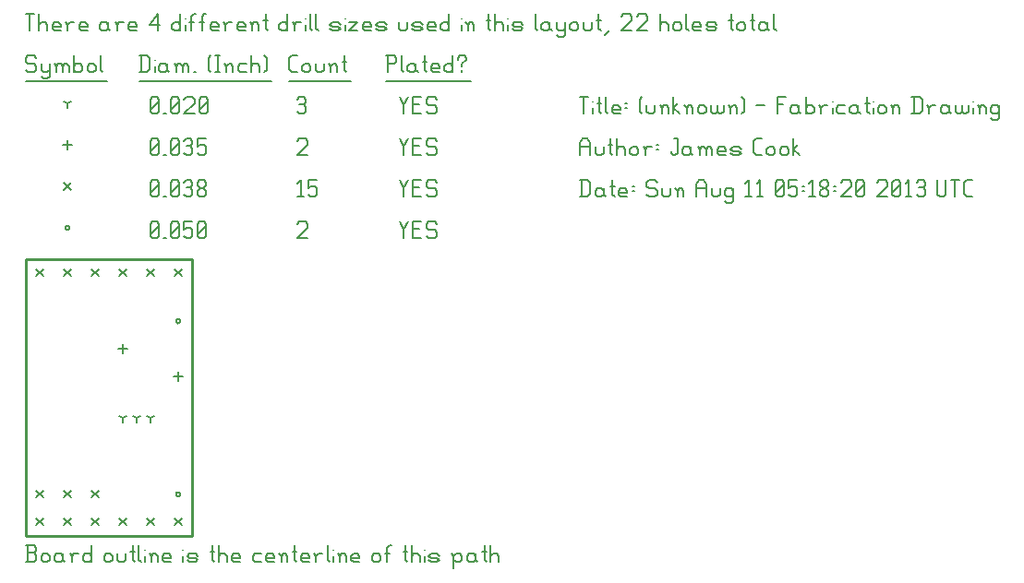
<source format=gbr>
G04 start of page 12 for group -3984 idx -3984 *
G04 Title: (unknown), fab *
G04 Creator: pcb 20110918 *
G04 CreationDate: Sun Aug 11 05:18:20 2013 UTC *
G04 For: mokus *
G04 Format: Gerber/RS-274X *
G04 PCB-Dimensions: 60000 100000 *
G04 PCB-Coordinate-Origin: lower left *
%MOIN*%
%FSLAX25Y25*%
%LNFAB*%
%ADD64C,0.0100*%
%ADD63C,0.0075*%
%ADD62C,0.0060*%
%ADD61R,0.0080X0.0080*%
G54D61*X54200Y15000D02*G75*G03X55800Y15000I800J0D01*G01*
G75*G03X54200Y15000I-800J0D01*G01*
Y77500D02*G75*G03X55800Y77500I800J0D01*G01*
G75*G03X54200Y77500I-800J0D01*G01*
X14200Y111250D02*G75*G03X15800Y111250I800J0D01*G01*
G75*G03X14200Y111250I-800J0D01*G01*
G54D62*X135000Y113500D02*X136500Y110500D01*
X138000Y113500D01*
X136500Y110500D02*Y107500D01*
X139800Y110800D02*X142050D01*
X139800Y107500D02*X142800D01*
X139800Y113500D02*Y107500D01*
Y113500D02*X142800D01*
X147600D02*X148350Y112750D01*
X145350Y113500D02*X147600D01*
X144600Y112750D02*X145350Y113500D01*
X144600Y112750D02*Y111250D01*
X145350Y110500D01*
X147600D01*
X148350Y109750D01*
Y108250D01*
X147600Y107500D02*X148350Y108250D01*
X145350Y107500D02*X147600D01*
X144600Y108250D02*X145350Y107500D01*
X98000Y112750D02*X98750Y113500D01*
X101000D01*
X101750Y112750D01*
Y111250D01*
X98000Y107500D02*X101750Y111250D01*
X98000Y107500D02*X101750D01*
X45000Y108250D02*X45750Y107500D01*
X45000Y112750D02*Y108250D01*
Y112750D02*X45750Y113500D01*
X47250D01*
X48000Y112750D01*
Y108250D01*
X47250Y107500D02*X48000Y108250D01*
X45750Y107500D02*X47250D01*
X45000Y109000D02*X48000Y112000D01*
X49800Y107500D02*X50550D01*
X52350Y108250D02*X53100Y107500D01*
X52350Y112750D02*Y108250D01*
Y112750D02*X53100Y113500D01*
X54600D01*
X55350Y112750D01*
Y108250D01*
X54600Y107500D02*X55350Y108250D01*
X53100Y107500D02*X54600D01*
X52350Y109000D02*X55350Y112000D01*
X57150Y113500D02*X60150D01*
X57150D02*Y110500D01*
X57900Y111250D01*
X59400D01*
X60150Y110500D01*
Y108250D01*
X59400Y107500D02*X60150Y108250D01*
X57900Y107500D02*X59400D01*
X57150Y108250D02*X57900Y107500D01*
X61950Y108250D02*X62700Y107500D01*
X61950Y112750D02*Y108250D01*
Y112750D02*X62700Y113500D01*
X64200D01*
X64950Y112750D01*
Y108250D01*
X64200Y107500D02*X64950Y108250D01*
X62700Y107500D02*X64200D01*
X61950Y109000D02*X64950Y112000D01*
X3800Y16200D02*X6200Y13800D01*
X3800D02*X6200Y16200D01*
X13800D02*X16200Y13800D01*
X13800D02*X16200Y16200D01*
X23800D02*X26200Y13800D01*
X23800D02*X26200Y16200D01*
X23800Y96200D02*X26200Y93800D01*
X23800D02*X26200Y96200D01*
X33800D02*X36200Y93800D01*
X33800D02*X36200Y96200D01*
X43800D02*X46200Y93800D01*
X43800D02*X46200Y96200D01*
X53800D02*X56200Y93800D01*
X53800D02*X56200Y96200D01*
X3800D02*X6200Y93800D01*
X3800D02*X6200Y96200D01*
X13800D02*X16200Y93800D01*
X13800D02*X16200Y96200D01*
X3800Y6200D02*X6200Y3800D01*
X3800D02*X6200Y6200D01*
X13800D02*X16200Y3800D01*
X13800D02*X16200Y6200D01*
X23800D02*X26200Y3800D01*
X23800D02*X26200Y6200D01*
X33800D02*X36200Y3800D01*
X33800D02*X36200Y6200D01*
X43800D02*X46200Y3800D01*
X43800D02*X46200Y6200D01*
X53800D02*X56200Y3800D01*
X53800D02*X56200Y6200D01*
X13800Y127450D02*X16200Y125050D01*
X13800D02*X16200Y127450D01*
X135000Y128500D02*X136500Y125500D01*
X138000Y128500D01*
X136500Y125500D02*Y122500D01*
X139800Y125800D02*X142050D01*
X139800Y122500D02*X142800D01*
X139800Y128500D02*Y122500D01*
Y128500D02*X142800D01*
X147600D02*X148350Y127750D01*
X145350Y128500D02*X147600D01*
X144600Y127750D02*X145350Y128500D01*
X144600Y127750D02*Y126250D01*
X145350Y125500D01*
X147600D01*
X148350Y124750D01*
Y123250D01*
X147600Y122500D02*X148350Y123250D01*
X145350Y122500D02*X147600D01*
X144600Y123250D02*X145350Y122500D01*
X98000Y127300D02*X99200Y128500D01*
Y122500D01*
X98000D02*X100250D01*
X102050Y128500D02*X105050D01*
X102050D02*Y125500D01*
X102800Y126250D01*
X104300D01*
X105050Y125500D01*
Y123250D01*
X104300Y122500D02*X105050Y123250D01*
X102800Y122500D02*X104300D01*
X102050Y123250D02*X102800Y122500D01*
X45000Y123250D02*X45750Y122500D01*
X45000Y127750D02*Y123250D01*
Y127750D02*X45750Y128500D01*
X47250D01*
X48000Y127750D01*
Y123250D01*
X47250Y122500D02*X48000Y123250D01*
X45750Y122500D02*X47250D01*
X45000Y124000D02*X48000Y127000D01*
X49800Y122500D02*X50550D01*
X52350Y123250D02*X53100Y122500D01*
X52350Y127750D02*Y123250D01*
Y127750D02*X53100Y128500D01*
X54600D01*
X55350Y127750D01*
Y123250D01*
X54600Y122500D02*X55350Y123250D01*
X53100Y122500D02*X54600D01*
X52350Y124000D02*X55350Y127000D01*
X57150Y127750D02*X57900Y128500D01*
X59400D01*
X60150Y127750D01*
X59400Y122500D02*X60150Y123250D01*
X57900Y122500D02*X59400D01*
X57150Y123250D02*X57900Y122500D01*
Y125800D02*X59400D01*
X60150Y127750D02*Y126550D01*
Y125050D02*Y123250D01*
Y125050D02*X59400Y125800D01*
X60150Y126550D02*X59400Y125800D01*
X61950Y123250D02*X62700Y122500D01*
X61950Y124450D02*Y123250D01*
Y124450D02*X63000Y125500D01*
X63900D01*
X64950Y124450D01*
Y123250D01*
X64200Y122500D02*X64950Y123250D01*
X62700Y122500D02*X64200D01*
X61950Y126550D02*X63000Y125500D01*
X61950Y127750D02*Y126550D01*
Y127750D02*X62700Y128500D01*
X64200D01*
X64950Y127750D01*
Y126550D01*
X63900Y125500D02*X64950Y126550D01*
X55000Y59100D02*Y55900D01*
X53400Y57500D02*X56600D01*
X35000Y69100D02*Y65900D01*
X33400Y67500D02*X36600D01*
X15000Y142850D02*Y139650D01*
X13400Y141250D02*X16600D01*
X135000Y143500D02*X136500Y140500D01*
X138000Y143500D01*
X136500Y140500D02*Y137500D01*
X139800Y140800D02*X142050D01*
X139800Y137500D02*X142800D01*
X139800Y143500D02*Y137500D01*
Y143500D02*X142800D01*
X147600D02*X148350Y142750D01*
X145350Y143500D02*X147600D01*
X144600Y142750D02*X145350Y143500D01*
X144600Y142750D02*Y141250D01*
X145350Y140500D01*
X147600D01*
X148350Y139750D01*
Y138250D01*
X147600Y137500D02*X148350Y138250D01*
X145350Y137500D02*X147600D01*
X144600Y138250D02*X145350Y137500D01*
X98000Y142750D02*X98750Y143500D01*
X101000D01*
X101750Y142750D01*
Y141250D01*
X98000Y137500D02*X101750Y141250D01*
X98000Y137500D02*X101750D01*
X45000Y138250D02*X45750Y137500D01*
X45000Y142750D02*Y138250D01*
Y142750D02*X45750Y143500D01*
X47250D01*
X48000Y142750D01*
Y138250D01*
X47250Y137500D02*X48000Y138250D01*
X45750Y137500D02*X47250D01*
X45000Y139000D02*X48000Y142000D01*
X49800Y137500D02*X50550D01*
X52350Y138250D02*X53100Y137500D01*
X52350Y142750D02*Y138250D01*
Y142750D02*X53100Y143500D01*
X54600D01*
X55350Y142750D01*
Y138250D01*
X54600Y137500D02*X55350Y138250D01*
X53100Y137500D02*X54600D01*
X52350Y139000D02*X55350Y142000D01*
X57150Y142750D02*X57900Y143500D01*
X59400D01*
X60150Y142750D01*
X59400Y137500D02*X60150Y138250D01*
X57900Y137500D02*X59400D01*
X57150Y138250D02*X57900Y137500D01*
Y140800D02*X59400D01*
X60150Y142750D02*Y141550D01*
Y140050D02*Y138250D01*
Y140050D02*X59400Y140800D01*
X60150Y141550D02*X59400Y140800D01*
X61950Y143500D02*X64950D01*
X61950D02*Y140500D01*
X62700Y141250D01*
X64200D01*
X64950Y140500D01*
Y138250D01*
X64200Y137500D02*X64950Y138250D01*
X62700Y137500D02*X64200D01*
X61950Y138250D02*X62700Y137500D01*
X40000Y42500D02*Y40900D01*
Y42500D02*X41387Y43300D01*
X40000Y42500D02*X38613Y43300D01*
X35000Y42500D02*Y40900D01*
Y42500D02*X36387Y43300D01*
X35000Y42500D02*X33613Y43300D01*
X45000Y42500D02*Y40900D01*
Y42500D02*X46387Y43300D01*
X45000Y42500D02*X43613Y43300D01*
X15000Y156250D02*Y154650D01*
Y156250D02*X16387Y157050D01*
X15000Y156250D02*X13613Y157050D01*
X135000Y158500D02*X136500Y155500D01*
X138000Y158500D01*
X136500Y155500D02*Y152500D01*
X139800Y155800D02*X142050D01*
X139800Y152500D02*X142800D01*
X139800Y158500D02*Y152500D01*
Y158500D02*X142800D01*
X147600D02*X148350Y157750D01*
X145350Y158500D02*X147600D01*
X144600Y157750D02*X145350Y158500D01*
X144600Y157750D02*Y156250D01*
X145350Y155500D01*
X147600D01*
X148350Y154750D01*
Y153250D01*
X147600Y152500D02*X148350Y153250D01*
X145350Y152500D02*X147600D01*
X144600Y153250D02*X145350Y152500D01*
X98000Y157750D02*X98750Y158500D01*
X100250D01*
X101000Y157750D01*
X100250Y152500D02*X101000Y153250D01*
X98750Y152500D02*X100250D01*
X98000Y153250D02*X98750Y152500D01*
Y155800D02*X100250D01*
X101000Y157750D02*Y156550D01*
Y155050D02*Y153250D01*
Y155050D02*X100250Y155800D01*
X101000Y156550D02*X100250Y155800D01*
X45000Y153250D02*X45750Y152500D01*
X45000Y157750D02*Y153250D01*
Y157750D02*X45750Y158500D01*
X47250D01*
X48000Y157750D01*
Y153250D01*
X47250Y152500D02*X48000Y153250D01*
X45750Y152500D02*X47250D01*
X45000Y154000D02*X48000Y157000D01*
X49800Y152500D02*X50550D01*
X52350Y153250D02*X53100Y152500D01*
X52350Y157750D02*Y153250D01*
Y157750D02*X53100Y158500D01*
X54600D01*
X55350Y157750D01*
Y153250D01*
X54600Y152500D02*X55350Y153250D01*
X53100Y152500D02*X54600D01*
X52350Y154000D02*X55350Y157000D01*
X57150Y157750D02*X57900Y158500D01*
X60150D01*
X60900Y157750D01*
Y156250D01*
X57150Y152500D02*X60900Y156250D01*
X57150Y152500D02*X60900D01*
X62700Y153250D02*X63450Y152500D01*
X62700Y157750D02*Y153250D01*
Y157750D02*X63450Y158500D01*
X64950D01*
X65700Y157750D01*
Y153250D01*
X64950Y152500D02*X65700Y153250D01*
X63450Y152500D02*X64950D01*
X62700Y154000D02*X65700Y157000D01*
X3000Y173500D02*X3750Y172750D01*
X750Y173500D02*X3000D01*
X0Y172750D02*X750Y173500D01*
X0Y172750D02*Y171250D01*
X750Y170500D01*
X3000D01*
X3750Y169750D01*
Y168250D01*
X3000Y167500D02*X3750Y168250D01*
X750Y167500D02*X3000D01*
X0Y168250D02*X750Y167500D01*
X5550Y170500D02*Y168250D01*
X6300Y167500D01*
X8550Y170500D02*Y166000D01*
X7800Y165250D02*X8550Y166000D01*
X6300Y165250D02*X7800D01*
X5550Y166000D02*X6300Y165250D01*
Y167500D02*X7800D01*
X8550Y168250D01*
X11100Y169750D02*Y167500D01*
Y169750D02*X11850Y170500D01*
X12600D01*
X13350Y169750D01*
Y167500D01*
Y169750D02*X14100Y170500D01*
X14850D01*
X15600Y169750D01*
Y167500D01*
X10350Y170500D02*X11100Y169750D01*
X17400Y173500D02*Y167500D01*
Y168250D02*X18150Y167500D01*
X19650D01*
X20400Y168250D01*
Y169750D02*Y168250D01*
X19650Y170500D02*X20400Y169750D01*
X18150Y170500D02*X19650D01*
X17400Y169750D02*X18150Y170500D01*
X22200Y169750D02*Y168250D01*
Y169750D02*X22950Y170500D01*
X24450D01*
X25200Y169750D01*
Y168250D01*
X24450Y167500D02*X25200Y168250D01*
X22950Y167500D02*X24450D01*
X22200Y168250D02*X22950Y167500D01*
X27000Y173500D02*Y168250D01*
X27750Y167500D01*
X0Y164250D02*X29250D01*
X41750Y173500D02*Y167500D01*
X43700Y173500D02*X44750Y172450D01*
Y168550D01*
X43700Y167500D02*X44750Y168550D01*
X41000Y167500D02*X43700D01*
X41000Y173500D02*X43700D01*
G54D63*X46550Y172000D02*Y171850D01*
G54D62*Y169750D02*Y167500D01*
X50300Y170500D02*X51050Y169750D01*
X48800Y170500D02*X50300D01*
X48050Y169750D02*X48800Y170500D01*
X48050Y169750D02*Y168250D01*
X48800Y167500D01*
X51050Y170500D02*Y168250D01*
X51800Y167500D01*
X48800D02*X50300D01*
X51050Y168250D01*
X54350Y169750D02*Y167500D01*
Y169750D02*X55100Y170500D01*
X55850D01*
X56600Y169750D01*
Y167500D01*
Y169750D02*X57350Y170500D01*
X58100D01*
X58850Y169750D01*
Y167500D01*
X53600Y170500D02*X54350Y169750D01*
X60650Y167500D02*X61400D01*
X65900Y168250D02*X66650Y167500D01*
X65900Y172750D02*X66650Y173500D01*
X65900Y172750D02*Y168250D01*
X68450Y173500D02*X69950D01*
X69200D02*Y167500D01*
X68450D02*X69950D01*
X72500Y169750D02*Y167500D01*
Y169750D02*X73250Y170500D01*
X74000D01*
X74750Y169750D01*
Y167500D01*
X71750Y170500D02*X72500Y169750D01*
X77300Y170500D02*X79550D01*
X76550Y169750D02*X77300Y170500D01*
X76550Y169750D02*Y168250D01*
X77300Y167500D01*
X79550D01*
X81350Y173500D02*Y167500D01*
Y169750D02*X82100Y170500D01*
X83600D01*
X84350Y169750D01*
Y167500D01*
X86150Y173500D02*X86900Y172750D01*
Y168250D01*
X86150Y167500D02*X86900Y168250D01*
X41000Y164250D02*X88700D01*
X96050Y167500D02*X98000D01*
X95000Y168550D02*X96050Y167500D01*
X95000Y172450D02*Y168550D01*
Y172450D02*X96050Y173500D01*
X98000D01*
X99800Y169750D02*Y168250D01*
Y169750D02*X100550Y170500D01*
X102050D01*
X102800Y169750D01*
Y168250D01*
X102050Y167500D02*X102800Y168250D01*
X100550Y167500D02*X102050D01*
X99800Y168250D02*X100550Y167500D01*
X104600Y170500D02*Y168250D01*
X105350Y167500D01*
X106850D01*
X107600Y168250D01*
Y170500D02*Y168250D01*
X110150Y169750D02*Y167500D01*
Y169750D02*X110900Y170500D01*
X111650D01*
X112400Y169750D01*
Y167500D01*
X109400Y170500D02*X110150Y169750D01*
X114950Y173500D02*Y168250D01*
X115700Y167500D01*
X114200Y171250D02*X115700D01*
X95000Y164250D02*X117200D01*
X130750Y173500D02*Y167500D01*
X130000Y173500D02*X133000D01*
X133750Y172750D01*
Y171250D01*
X133000Y170500D02*X133750Y171250D01*
X130750Y170500D02*X133000D01*
X135550Y173500D02*Y168250D01*
X136300Y167500D01*
X140050Y170500D02*X140800Y169750D01*
X138550Y170500D02*X140050D01*
X137800Y169750D02*X138550Y170500D01*
X137800Y169750D02*Y168250D01*
X138550Y167500D01*
X140800Y170500D02*Y168250D01*
X141550Y167500D01*
X138550D02*X140050D01*
X140800Y168250D01*
X144100Y173500D02*Y168250D01*
X144850Y167500D01*
X143350Y171250D02*X144850D01*
X147100Y167500D02*X149350D01*
X146350Y168250D02*X147100Y167500D01*
X146350Y169750D02*Y168250D01*
Y169750D02*X147100Y170500D01*
X148600D01*
X149350Y169750D01*
X146350Y169000D02*X149350D01*
Y169750D02*Y169000D01*
X154150Y173500D02*Y167500D01*
X153400D02*X154150Y168250D01*
X151900Y167500D02*X153400D01*
X151150Y168250D02*X151900Y167500D01*
X151150Y169750D02*Y168250D01*
Y169750D02*X151900Y170500D01*
X153400D01*
X154150Y169750D01*
X157450Y170500D02*Y169750D01*
Y168250D02*Y167500D01*
X155950Y172750D02*Y172000D01*
Y172750D02*X156700Y173500D01*
X158200D01*
X158950Y172750D01*
Y172000D01*
X157450Y170500D02*X158950Y172000D01*
X130000Y164250D02*X160750D01*
X0Y188500D02*X3000D01*
X1500D02*Y182500D01*
X4800Y188500D02*Y182500D01*
Y184750D02*X5550Y185500D01*
X7050D01*
X7800Y184750D01*
Y182500D01*
X10350D02*X12600D01*
X9600Y183250D02*X10350Y182500D01*
X9600Y184750D02*Y183250D01*
Y184750D02*X10350Y185500D01*
X11850D01*
X12600Y184750D01*
X9600Y184000D02*X12600D01*
Y184750D02*Y184000D01*
X15150Y184750D02*Y182500D01*
Y184750D02*X15900Y185500D01*
X17400D01*
X14400D02*X15150Y184750D01*
X19950Y182500D02*X22200D01*
X19200Y183250D02*X19950Y182500D01*
X19200Y184750D02*Y183250D01*
Y184750D02*X19950Y185500D01*
X21450D01*
X22200Y184750D01*
X19200Y184000D02*X22200D01*
Y184750D02*Y184000D01*
X28950Y185500D02*X29700Y184750D01*
X27450Y185500D02*X28950D01*
X26700Y184750D02*X27450Y185500D01*
X26700Y184750D02*Y183250D01*
X27450Y182500D01*
X29700Y185500D02*Y183250D01*
X30450Y182500D01*
X27450D02*X28950D01*
X29700Y183250D01*
X33000Y184750D02*Y182500D01*
Y184750D02*X33750Y185500D01*
X35250D01*
X32250D02*X33000Y184750D01*
X37800Y182500D02*X40050D01*
X37050Y183250D02*X37800Y182500D01*
X37050Y184750D02*Y183250D01*
Y184750D02*X37800Y185500D01*
X39300D01*
X40050Y184750D01*
X37050Y184000D02*X40050D01*
Y184750D02*Y184000D01*
X44550Y184750D02*X47550Y188500D01*
X44550Y184750D02*X48300D01*
X47550Y188500D02*Y182500D01*
X55800Y188500D02*Y182500D01*
X55050D02*X55800Y183250D01*
X53550Y182500D02*X55050D01*
X52800Y183250D02*X53550Y182500D01*
X52800Y184750D02*Y183250D01*
Y184750D02*X53550Y185500D01*
X55050D01*
X55800Y184750D01*
G54D63*X57600Y187000D02*Y186850D01*
G54D62*Y184750D02*Y182500D01*
X59850Y187750D02*Y182500D01*
Y187750D02*X60600Y188500D01*
X61350D01*
X59100Y185500D02*X60600D01*
X63600Y187750D02*Y182500D01*
Y187750D02*X64350Y188500D01*
X65100D01*
X62850Y185500D02*X64350D01*
X67350Y182500D02*X69600D01*
X66600Y183250D02*X67350Y182500D01*
X66600Y184750D02*Y183250D01*
Y184750D02*X67350Y185500D01*
X68850D01*
X69600Y184750D01*
X66600Y184000D02*X69600D01*
Y184750D02*Y184000D01*
X72150Y184750D02*Y182500D01*
Y184750D02*X72900Y185500D01*
X74400D01*
X71400D02*X72150Y184750D01*
X76950Y182500D02*X79200D01*
X76200Y183250D02*X76950Y182500D01*
X76200Y184750D02*Y183250D01*
Y184750D02*X76950Y185500D01*
X78450D01*
X79200Y184750D01*
X76200Y184000D02*X79200D01*
Y184750D02*Y184000D01*
X81750Y184750D02*Y182500D01*
Y184750D02*X82500Y185500D01*
X83250D01*
X84000Y184750D01*
Y182500D01*
X81000Y185500D02*X81750Y184750D01*
X86550Y188500D02*Y183250D01*
X87300Y182500D01*
X85800Y186250D02*X87300D01*
X94500Y188500D02*Y182500D01*
X93750D02*X94500Y183250D01*
X92250Y182500D02*X93750D01*
X91500Y183250D02*X92250Y182500D01*
X91500Y184750D02*Y183250D01*
Y184750D02*X92250Y185500D01*
X93750D01*
X94500Y184750D01*
X97050D02*Y182500D01*
Y184750D02*X97800Y185500D01*
X99300D01*
X96300D02*X97050Y184750D01*
G54D63*X101100Y187000D02*Y186850D01*
G54D62*Y184750D02*Y182500D01*
X102600Y188500D02*Y183250D01*
X103350Y182500D01*
X104850Y188500D02*Y183250D01*
X105600Y182500D01*
X110550D02*X112800D01*
X113550Y183250D01*
X112800Y184000D02*X113550Y183250D01*
X110550Y184000D02*X112800D01*
X109800Y184750D02*X110550Y184000D01*
X109800Y184750D02*X110550Y185500D01*
X112800D01*
X113550Y184750D01*
X109800Y183250D02*X110550Y182500D01*
G54D63*X115350Y187000D02*Y186850D01*
G54D62*Y184750D02*Y182500D01*
X116850Y185500D02*X119850D01*
X116850Y182500D02*X119850Y185500D01*
X116850Y182500D02*X119850D01*
X122400D02*X124650D01*
X121650Y183250D02*X122400Y182500D01*
X121650Y184750D02*Y183250D01*
Y184750D02*X122400Y185500D01*
X123900D01*
X124650Y184750D01*
X121650Y184000D02*X124650D01*
Y184750D02*Y184000D01*
X127200Y182500D02*X129450D01*
X130200Y183250D01*
X129450Y184000D02*X130200Y183250D01*
X127200Y184000D02*X129450D01*
X126450Y184750D02*X127200Y184000D01*
X126450Y184750D02*X127200Y185500D01*
X129450D01*
X130200Y184750D01*
X126450Y183250D02*X127200Y182500D01*
X134700Y185500D02*Y183250D01*
X135450Y182500D01*
X136950D01*
X137700Y183250D01*
Y185500D02*Y183250D01*
X140250Y182500D02*X142500D01*
X143250Y183250D01*
X142500Y184000D02*X143250Y183250D01*
X140250Y184000D02*X142500D01*
X139500Y184750D02*X140250Y184000D01*
X139500Y184750D02*X140250Y185500D01*
X142500D01*
X143250Y184750D01*
X139500Y183250D02*X140250Y182500D01*
X145800D02*X148050D01*
X145050Y183250D02*X145800Y182500D01*
X145050Y184750D02*Y183250D01*
Y184750D02*X145800Y185500D01*
X147300D01*
X148050Y184750D01*
X145050Y184000D02*X148050D01*
Y184750D02*Y184000D01*
X152850Y188500D02*Y182500D01*
X152100D02*X152850Y183250D01*
X150600Y182500D02*X152100D01*
X149850Y183250D02*X150600Y182500D01*
X149850Y184750D02*Y183250D01*
Y184750D02*X150600Y185500D01*
X152100D01*
X152850Y184750D01*
G54D63*X157350Y187000D02*Y186850D01*
G54D62*Y184750D02*Y182500D01*
X159600Y184750D02*Y182500D01*
Y184750D02*X160350Y185500D01*
X161100D01*
X161850Y184750D01*
Y182500D01*
X158850Y185500D02*X159600Y184750D01*
X167100Y188500D02*Y183250D01*
X167850Y182500D01*
X166350Y186250D02*X167850D01*
X169350Y188500D02*Y182500D01*
Y184750D02*X170100Y185500D01*
X171600D01*
X172350Y184750D01*
Y182500D01*
G54D63*X174150Y187000D02*Y186850D01*
G54D62*Y184750D02*Y182500D01*
X176400D02*X178650D01*
X179400Y183250D01*
X178650Y184000D02*X179400Y183250D01*
X176400Y184000D02*X178650D01*
X175650Y184750D02*X176400Y184000D01*
X175650Y184750D02*X176400Y185500D01*
X178650D01*
X179400Y184750D01*
X175650Y183250D02*X176400Y182500D01*
X183900Y188500D02*Y183250D01*
X184650Y182500D01*
X188400Y185500D02*X189150Y184750D01*
X186900Y185500D02*X188400D01*
X186150Y184750D02*X186900Y185500D01*
X186150Y184750D02*Y183250D01*
X186900Y182500D01*
X189150Y185500D02*Y183250D01*
X189900Y182500D01*
X186900D02*X188400D01*
X189150Y183250D01*
X191700Y185500D02*Y183250D01*
X192450Y182500D01*
X194700Y185500D02*Y181000D01*
X193950Y180250D02*X194700Y181000D01*
X192450Y180250D02*X193950D01*
X191700Y181000D02*X192450Y180250D01*
Y182500D02*X193950D01*
X194700Y183250D01*
X196500Y184750D02*Y183250D01*
Y184750D02*X197250Y185500D01*
X198750D01*
X199500Y184750D01*
Y183250D01*
X198750Y182500D02*X199500Y183250D01*
X197250Y182500D02*X198750D01*
X196500Y183250D02*X197250Y182500D01*
X201300Y185500D02*Y183250D01*
X202050Y182500D01*
X203550D01*
X204300Y183250D01*
Y185500D02*Y183250D01*
X206850Y188500D02*Y183250D01*
X207600Y182500D01*
X206100Y186250D02*X207600D01*
X209100Y181000D02*X210600Y182500D01*
X215100Y187750D02*X215850Y188500D01*
X218100D01*
X218850Y187750D01*
Y186250D01*
X215100Y182500D02*X218850Y186250D01*
X215100Y182500D02*X218850D01*
X220650Y187750D02*X221400Y188500D01*
X223650D01*
X224400Y187750D01*
Y186250D01*
X220650Y182500D02*X224400Y186250D01*
X220650Y182500D02*X224400D01*
X228900Y188500D02*Y182500D01*
Y184750D02*X229650Y185500D01*
X231150D01*
X231900Y184750D01*
Y182500D01*
X233700Y184750D02*Y183250D01*
Y184750D02*X234450Y185500D01*
X235950D01*
X236700Y184750D01*
Y183250D01*
X235950Y182500D02*X236700Y183250D01*
X234450Y182500D02*X235950D01*
X233700Y183250D02*X234450Y182500D01*
X238500Y188500D02*Y183250D01*
X239250Y182500D01*
X241500D02*X243750D01*
X240750Y183250D02*X241500Y182500D01*
X240750Y184750D02*Y183250D01*
Y184750D02*X241500Y185500D01*
X243000D01*
X243750Y184750D01*
X240750Y184000D02*X243750D01*
Y184750D02*Y184000D01*
X246300Y182500D02*X248550D01*
X249300Y183250D01*
X248550Y184000D02*X249300Y183250D01*
X246300Y184000D02*X248550D01*
X245550Y184750D02*X246300Y184000D01*
X245550Y184750D02*X246300Y185500D01*
X248550D01*
X249300Y184750D01*
X245550Y183250D02*X246300Y182500D01*
X254550Y188500D02*Y183250D01*
X255300Y182500D01*
X253800Y186250D02*X255300D01*
X256800Y184750D02*Y183250D01*
Y184750D02*X257550Y185500D01*
X259050D01*
X259800Y184750D01*
Y183250D01*
X259050Y182500D02*X259800Y183250D01*
X257550Y182500D02*X259050D01*
X256800Y183250D02*X257550Y182500D01*
X262350Y188500D02*Y183250D01*
X263100Y182500D01*
X261600Y186250D02*X263100D01*
X266850Y185500D02*X267600Y184750D01*
X265350Y185500D02*X266850D01*
X264600Y184750D02*X265350Y185500D01*
X264600Y184750D02*Y183250D01*
X265350Y182500D01*
X267600Y185500D02*Y183250D01*
X268350Y182500D01*
X265350D02*X266850D01*
X267600Y183250D01*
X270150Y188500D02*Y183250D01*
X270900Y182500D01*
G54D64*X0Y100000D02*X60000D01*
Y0D01*
X0D01*
Y100000D01*
G54D62*Y-9500D02*X3000D01*
X3750Y-8750D01*
Y-6950D02*Y-8750D01*
X3000Y-6200D02*X3750Y-6950D01*
X750Y-6200D02*X3000D01*
X750Y-3500D02*Y-9500D01*
X0Y-3500D02*X3000D01*
X3750Y-4250D01*
Y-5450D01*
X3000Y-6200D02*X3750Y-5450D01*
X5550Y-7250D02*Y-8750D01*
Y-7250D02*X6300Y-6500D01*
X7800D01*
X8550Y-7250D01*
Y-8750D01*
X7800Y-9500D02*X8550Y-8750D01*
X6300Y-9500D02*X7800D01*
X5550Y-8750D02*X6300Y-9500D01*
X12600Y-6500D02*X13350Y-7250D01*
X11100Y-6500D02*X12600D01*
X10350Y-7250D02*X11100Y-6500D01*
X10350Y-7250D02*Y-8750D01*
X11100Y-9500D01*
X13350Y-6500D02*Y-8750D01*
X14100Y-9500D01*
X11100D02*X12600D01*
X13350Y-8750D01*
X16650Y-7250D02*Y-9500D01*
Y-7250D02*X17400Y-6500D01*
X18900D01*
X15900D02*X16650Y-7250D01*
X23700Y-3500D02*Y-9500D01*
X22950D02*X23700Y-8750D01*
X21450Y-9500D02*X22950D01*
X20700Y-8750D02*X21450Y-9500D01*
X20700Y-7250D02*Y-8750D01*
Y-7250D02*X21450Y-6500D01*
X22950D01*
X23700Y-7250D01*
X28200D02*Y-8750D01*
Y-7250D02*X28950Y-6500D01*
X30450D01*
X31200Y-7250D01*
Y-8750D01*
X30450Y-9500D02*X31200Y-8750D01*
X28950Y-9500D02*X30450D01*
X28200Y-8750D02*X28950Y-9500D01*
X33000Y-6500D02*Y-8750D01*
X33750Y-9500D01*
X35250D01*
X36000Y-8750D01*
Y-6500D02*Y-8750D01*
X38550Y-3500D02*Y-8750D01*
X39300Y-9500D01*
X37800Y-5750D02*X39300D01*
X40800Y-3500D02*Y-8750D01*
X41550Y-9500D01*
G54D63*X43050Y-5000D02*Y-5150D01*
G54D62*Y-7250D02*Y-9500D01*
X45300Y-7250D02*Y-9500D01*
Y-7250D02*X46050Y-6500D01*
X46800D01*
X47550Y-7250D01*
Y-9500D01*
X44550Y-6500D02*X45300Y-7250D01*
X50100Y-9500D02*X52350D01*
X49350Y-8750D02*X50100Y-9500D01*
X49350Y-7250D02*Y-8750D01*
Y-7250D02*X50100Y-6500D01*
X51600D01*
X52350Y-7250D01*
X49350Y-8000D02*X52350D01*
Y-7250D02*Y-8000D01*
G54D63*X56850Y-5000D02*Y-5150D01*
G54D62*Y-7250D02*Y-9500D01*
X59100D02*X61350D01*
X62100Y-8750D01*
X61350Y-8000D02*X62100Y-8750D01*
X59100Y-8000D02*X61350D01*
X58350Y-7250D02*X59100Y-8000D01*
X58350Y-7250D02*X59100Y-6500D01*
X61350D01*
X62100Y-7250D01*
X58350Y-8750D02*X59100Y-9500D01*
X67350Y-3500D02*Y-8750D01*
X68100Y-9500D01*
X66600Y-5750D02*X68100D01*
X69600Y-3500D02*Y-9500D01*
Y-7250D02*X70350Y-6500D01*
X71850D01*
X72600Y-7250D01*
Y-9500D01*
X75150D02*X77400D01*
X74400Y-8750D02*X75150Y-9500D01*
X74400Y-7250D02*Y-8750D01*
Y-7250D02*X75150Y-6500D01*
X76650D01*
X77400Y-7250D01*
X74400Y-8000D02*X77400D01*
Y-7250D02*Y-8000D01*
X82650Y-6500D02*X84900D01*
X81900Y-7250D02*X82650Y-6500D01*
X81900Y-7250D02*Y-8750D01*
X82650Y-9500D01*
X84900D01*
X87450D02*X89700D01*
X86700Y-8750D02*X87450Y-9500D01*
X86700Y-7250D02*Y-8750D01*
Y-7250D02*X87450Y-6500D01*
X88950D01*
X89700Y-7250D01*
X86700Y-8000D02*X89700D01*
Y-7250D02*Y-8000D01*
X92250Y-7250D02*Y-9500D01*
Y-7250D02*X93000Y-6500D01*
X93750D01*
X94500Y-7250D01*
Y-9500D01*
X91500Y-6500D02*X92250Y-7250D01*
X97050Y-3500D02*Y-8750D01*
X97800Y-9500D01*
X96300Y-5750D02*X97800D01*
X100050Y-9500D02*X102300D01*
X99300Y-8750D02*X100050Y-9500D01*
X99300Y-7250D02*Y-8750D01*
Y-7250D02*X100050Y-6500D01*
X101550D01*
X102300Y-7250D01*
X99300Y-8000D02*X102300D01*
Y-7250D02*Y-8000D01*
X104850Y-7250D02*Y-9500D01*
Y-7250D02*X105600Y-6500D01*
X107100D01*
X104100D02*X104850Y-7250D01*
X108900Y-3500D02*Y-8750D01*
X109650Y-9500D01*
G54D63*X111150Y-5000D02*Y-5150D01*
G54D62*Y-7250D02*Y-9500D01*
X113400Y-7250D02*Y-9500D01*
Y-7250D02*X114150Y-6500D01*
X114900D01*
X115650Y-7250D01*
Y-9500D01*
X112650Y-6500D02*X113400Y-7250D01*
X118200Y-9500D02*X120450D01*
X117450Y-8750D02*X118200Y-9500D01*
X117450Y-7250D02*Y-8750D01*
Y-7250D02*X118200Y-6500D01*
X119700D01*
X120450Y-7250D01*
X117450Y-8000D02*X120450D01*
Y-7250D02*Y-8000D01*
X124950Y-7250D02*Y-8750D01*
Y-7250D02*X125700Y-6500D01*
X127200D01*
X127950Y-7250D01*
Y-8750D01*
X127200Y-9500D02*X127950Y-8750D01*
X125700Y-9500D02*X127200D01*
X124950Y-8750D02*X125700Y-9500D01*
X130500Y-4250D02*Y-9500D01*
Y-4250D02*X131250Y-3500D01*
X132000D01*
X129750Y-6500D02*X131250D01*
X136950Y-3500D02*Y-8750D01*
X137700Y-9500D01*
X136200Y-5750D02*X137700D01*
X139200Y-3500D02*Y-9500D01*
Y-7250D02*X139950Y-6500D01*
X141450D01*
X142200Y-7250D01*
Y-9500D01*
G54D63*X144000Y-5000D02*Y-5150D01*
G54D62*Y-7250D02*Y-9500D01*
X146250D02*X148500D01*
X149250Y-8750D01*
X148500Y-8000D02*X149250Y-8750D01*
X146250Y-8000D02*X148500D01*
X145500Y-7250D02*X146250Y-8000D01*
X145500Y-7250D02*X146250Y-6500D01*
X148500D01*
X149250Y-7250D01*
X145500Y-8750D02*X146250Y-9500D01*
X154500Y-7250D02*Y-11750D01*
X153750Y-6500D02*X154500Y-7250D01*
X155250Y-6500D01*
X156750D01*
X157500Y-7250D01*
Y-8750D01*
X156750Y-9500D02*X157500Y-8750D01*
X155250Y-9500D02*X156750D01*
X154500Y-8750D02*X155250Y-9500D01*
X161550Y-6500D02*X162300Y-7250D01*
X160050Y-6500D02*X161550D01*
X159300Y-7250D02*X160050Y-6500D01*
X159300Y-7250D02*Y-8750D01*
X160050Y-9500D01*
X162300Y-6500D02*Y-8750D01*
X163050Y-9500D01*
X160050D02*X161550D01*
X162300Y-8750D01*
X165600Y-3500D02*Y-8750D01*
X166350Y-9500D01*
X164850Y-5750D02*X166350D01*
X167850Y-3500D02*Y-9500D01*
Y-7250D02*X168600Y-6500D01*
X170100D01*
X170850Y-7250D01*
Y-9500D01*
X200750Y128500D02*Y122500D01*
X202700Y128500D02*X203750Y127450D01*
Y123550D01*
X202700Y122500D02*X203750Y123550D01*
X200000Y122500D02*X202700D01*
X200000Y128500D02*X202700D01*
X207800Y125500D02*X208550Y124750D01*
X206300Y125500D02*X207800D01*
X205550Y124750D02*X206300Y125500D01*
X205550Y124750D02*Y123250D01*
X206300Y122500D01*
X208550Y125500D02*Y123250D01*
X209300Y122500D01*
X206300D02*X207800D01*
X208550Y123250D01*
X211850Y128500D02*Y123250D01*
X212600Y122500D01*
X211100Y126250D02*X212600D01*
X214850Y122500D02*X217100D01*
X214100Y123250D02*X214850Y122500D01*
X214100Y124750D02*Y123250D01*
Y124750D02*X214850Y125500D01*
X216350D01*
X217100Y124750D01*
X214100Y124000D02*X217100D01*
Y124750D02*Y124000D01*
X218900Y126250D02*X219650D01*
X218900Y124750D02*X219650D01*
X227150Y128500D02*X227900Y127750D01*
X224900Y128500D02*X227150D01*
X224150Y127750D02*X224900Y128500D01*
X224150Y127750D02*Y126250D01*
X224900Y125500D01*
X227150D01*
X227900Y124750D01*
Y123250D01*
X227150Y122500D02*X227900Y123250D01*
X224900Y122500D02*X227150D01*
X224150Y123250D02*X224900Y122500D01*
X229700Y125500D02*Y123250D01*
X230450Y122500D01*
X231950D01*
X232700Y123250D01*
Y125500D02*Y123250D01*
X235250Y124750D02*Y122500D01*
Y124750D02*X236000Y125500D01*
X236750D01*
X237500Y124750D01*
Y122500D01*
X234500Y125500D02*X235250Y124750D01*
X242000Y127000D02*Y122500D01*
Y127000D02*X243050Y128500D01*
X244700D01*
X245750Y127000D01*
Y122500D01*
X242000Y125500D02*X245750D01*
X247550D02*Y123250D01*
X248300Y122500D01*
X249800D01*
X250550Y123250D01*
Y125500D02*Y123250D01*
X254600Y125500D02*X255350Y124750D01*
X253100Y125500D02*X254600D01*
X252350Y124750D02*X253100Y125500D01*
X252350Y124750D02*Y123250D01*
X253100Y122500D01*
X254600D01*
X255350Y123250D01*
X252350Y121000D02*X253100Y120250D01*
X254600D01*
X255350Y121000D01*
Y125500D02*Y121000D01*
X259850Y127300D02*X261050Y128500D01*
Y122500D01*
X259850D02*X262100D01*
X263900Y127300D02*X265100Y128500D01*
Y122500D01*
X263900D02*X266150D01*
X270650Y123250D02*X271400Y122500D01*
X270650Y127750D02*Y123250D01*
Y127750D02*X271400Y128500D01*
X272900D01*
X273650Y127750D01*
Y123250D01*
X272900Y122500D02*X273650Y123250D01*
X271400Y122500D02*X272900D01*
X270650Y124000D02*X273650Y127000D01*
X275450Y128500D02*X278450D01*
X275450D02*Y125500D01*
X276200Y126250D01*
X277700D01*
X278450Y125500D01*
Y123250D01*
X277700Y122500D02*X278450Y123250D01*
X276200Y122500D02*X277700D01*
X275450Y123250D02*X276200Y122500D01*
X280250Y126250D02*X281000D01*
X280250Y124750D02*X281000D01*
X282800Y127300D02*X284000Y128500D01*
Y122500D01*
X282800D02*X285050D01*
X286850Y123250D02*X287600Y122500D01*
X286850Y124450D02*Y123250D01*
Y124450D02*X287900Y125500D01*
X288800D01*
X289850Y124450D01*
Y123250D01*
X289100Y122500D02*X289850Y123250D01*
X287600Y122500D02*X289100D01*
X286850Y126550D02*X287900Y125500D01*
X286850Y127750D02*Y126550D01*
Y127750D02*X287600Y128500D01*
X289100D01*
X289850Y127750D01*
Y126550D01*
X288800Y125500D02*X289850Y126550D01*
X291650Y126250D02*X292400D01*
X291650Y124750D02*X292400D01*
X294200Y127750D02*X294950Y128500D01*
X297200D01*
X297950Y127750D01*
Y126250D01*
X294200Y122500D02*X297950Y126250D01*
X294200Y122500D02*X297950D01*
X299750Y123250D02*X300500Y122500D01*
X299750Y127750D02*Y123250D01*
Y127750D02*X300500Y128500D01*
X302000D01*
X302750Y127750D01*
Y123250D01*
X302000Y122500D02*X302750Y123250D01*
X300500Y122500D02*X302000D01*
X299750Y124000D02*X302750Y127000D01*
X307250Y127750D02*X308000Y128500D01*
X310250D01*
X311000Y127750D01*
Y126250D01*
X307250Y122500D02*X311000Y126250D01*
X307250Y122500D02*X311000D01*
X312800Y123250D02*X313550Y122500D01*
X312800Y127750D02*Y123250D01*
Y127750D02*X313550Y128500D01*
X315050D01*
X315800Y127750D01*
Y123250D01*
X315050Y122500D02*X315800Y123250D01*
X313550Y122500D02*X315050D01*
X312800Y124000D02*X315800Y127000D01*
X317600Y127300D02*X318800Y128500D01*
Y122500D01*
X317600D02*X319850D01*
X321650Y127750D02*X322400Y128500D01*
X323900D01*
X324650Y127750D01*
X323900Y122500D02*X324650Y123250D01*
X322400Y122500D02*X323900D01*
X321650Y123250D02*X322400Y122500D01*
Y125800D02*X323900D01*
X324650Y127750D02*Y126550D01*
Y125050D02*Y123250D01*
Y125050D02*X323900Y125800D01*
X324650Y126550D02*X323900Y125800D01*
X329150Y128500D02*Y123250D01*
X329900Y122500D01*
X331400D01*
X332150Y123250D01*
Y128500D02*Y123250D01*
X333950Y128500D02*X336950D01*
X335450D02*Y122500D01*
X339800D02*X341750D01*
X338750Y123550D02*X339800Y122500D01*
X338750Y127450D02*Y123550D01*
Y127450D02*X339800Y128500D01*
X341750D01*
X200000Y142000D02*Y137500D01*
Y142000D02*X201050Y143500D01*
X202700D01*
X203750Y142000D01*
Y137500D01*
X200000Y140500D02*X203750D01*
X205550D02*Y138250D01*
X206300Y137500D01*
X207800D01*
X208550Y138250D01*
Y140500D02*Y138250D01*
X211100Y143500D02*Y138250D01*
X211850Y137500D01*
X210350Y141250D02*X211850D01*
X213350Y143500D02*Y137500D01*
Y139750D02*X214100Y140500D01*
X215600D01*
X216350Y139750D01*
Y137500D01*
X218150Y139750D02*Y138250D01*
Y139750D02*X218900Y140500D01*
X220400D01*
X221150Y139750D01*
Y138250D01*
X220400Y137500D02*X221150Y138250D01*
X218900Y137500D02*X220400D01*
X218150Y138250D02*X218900Y137500D01*
X223700Y139750D02*Y137500D01*
Y139750D02*X224450Y140500D01*
X225950D01*
X222950D02*X223700Y139750D01*
X227750Y141250D02*X228500D01*
X227750Y139750D02*X228500D01*
X234050Y143500D02*X235250D01*
Y138250D01*
X234500Y137500D02*X235250Y138250D01*
X233750Y137500D02*X234500D01*
X233000Y138250D02*X233750Y137500D01*
X233000Y139000D02*Y138250D01*
X239300Y140500D02*X240050Y139750D01*
X237800Y140500D02*X239300D01*
X237050Y139750D02*X237800Y140500D01*
X237050Y139750D02*Y138250D01*
X237800Y137500D01*
X240050Y140500D02*Y138250D01*
X240800Y137500D01*
X237800D02*X239300D01*
X240050Y138250D01*
X243350Y139750D02*Y137500D01*
Y139750D02*X244100Y140500D01*
X244850D01*
X245600Y139750D01*
Y137500D01*
Y139750D02*X246350Y140500D01*
X247100D01*
X247850Y139750D01*
Y137500D01*
X242600Y140500D02*X243350Y139750D01*
X250400Y137500D02*X252650D01*
X249650Y138250D02*X250400Y137500D01*
X249650Y139750D02*Y138250D01*
Y139750D02*X250400Y140500D01*
X251900D01*
X252650Y139750D01*
X249650Y139000D02*X252650D01*
Y139750D02*Y139000D01*
X255200Y137500D02*X257450D01*
X258200Y138250D01*
X257450Y139000D02*X258200Y138250D01*
X255200Y139000D02*X257450D01*
X254450Y139750D02*X255200Y139000D01*
X254450Y139750D02*X255200Y140500D01*
X257450D01*
X258200Y139750D01*
X254450Y138250D02*X255200Y137500D01*
X263750D02*X265700D01*
X262700Y138550D02*X263750Y137500D01*
X262700Y142450D02*Y138550D01*
Y142450D02*X263750Y143500D01*
X265700D01*
X267500Y139750D02*Y138250D01*
Y139750D02*X268250Y140500D01*
X269750D01*
X270500Y139750D01*
Y138250D01*
X269750Y137500D02*X270500Y138250D01*
X268250Y137500D02*X269750D01*
X267500Y138250D02*X268250Y137500D01*
X272300Y139750D02*Y138250D01*
Y139750D02*X273050Y140500D01*
X274550D01*
X275300Y139750D01*
Y138250D01*
X274550Y137500D02*X275300Y138250D01*
X273050Y137500D02*X274550D01*
X272300Y138250D02*X273050Y137500D01*
X277100Y143500D02*Y137500D01*
Y139750D02*X279350Y137500D01*
X277100Y139750D02*X278600Y141250D01*
X200000Y158500D02*X203000D01*
X201500D02*Y152500D01*
G54D63*X204800Y157000D02*Y156850D01*
G54D62*Y154750D02*Y152500D01*
X207050Y158500D02*Y153250D01*
X207800Y152500D01*
X206300Y156250D02*X207800D01*
X209300Y158500D02*Y153250D01*
X210050Y152500D01*
X212300D02*X214550D01*
X211550Y153250D02*X212300Y152500D01*
X211550Y154750D02*Y153250D01*
Y154750D02*X212300Y155500D01*
X213800D01*
X214550Y154750D01*
X211550Y154000D02*X214550D01*
Y154750D02*Y154000D01*
X216350Y156250D02*X217100D01*
X216350Y154750D02*X217100D01*
X221600Y153250D02*X222350Y152500D01*
X221600Y157750D02*X222350Y158500D01*
X221600Y157750D02*Y153250D01*
X224150Y155500D02*Y153250D01*
X224900Y152500D01*
X226400D01*
X227150Y153250D01*
Y155500D02*Y153250D01*
X229700Y154750D02*Y152500D01*
Y154750D02*X230450Y155500D01*
X231200D01*
X231950Y154750D01*
Y152500D01*
X228950Y155500D02*X229700Y154750D01*
X233750Y158500D02*Y152500D01*
Y154750D02*X236000Y152500D01*
X233750Y154750D02*X235250Y156250D01*
X238550Y154750D02*Y152500D01*
Y154750D02*X239300Y155500D01*
X240050D01*
X240800Y154750D01*
Y152500D01*
X237800Y155500D02*X238550Y154750D01*
X242600D02*Y153250D01*
Y154750D02*X243350Y155500D01*
X244850D01*
X245600Y154750D01*
Y153250D01*
X244850Y152500D02*X245600Y153250D01*
X243350Y152500D02*X244850D01*
X242600Y153250D02*X243350Y152500D01*
X247400Y155500D02*Y153250D01*
X248150Y152500D01*
X248900D01*
X249650Y153250D01*
Y155500D02*Y153250D01*
X250400Y152500D01*
X251150D01*
X251900Y153250D01*
Y155500D02*Y153250D01*
X254450Y154750D02*Y152500D01*
Y154750D02*X255200Y155500D01*
X255950D01*
X256700Y154750D01*
Y152500D01*
X253700Y155500D02*X254450Y154750D01*
X258500Y158500D02*X259250Y157750D01*
Y153250D01*
X258500Y152500D02*X259250Y153250D01*
X263750Y155500D02*X266750D01*
X271250Y158500D02*Y152500D01*
Y158500D02*X274250D01*
X271250Y155800D02*X273500D01*
X278300Y155500D02*X279050Y154750D01*
X276800Y155500D02*X278300D01*
X276050Y154750D02*X276800Y155500D01*
X276050Y154750D02*Y153250D01*
X276800Y152500D01*
X279050Y155500D02*Y153250D01*
X279800Y152500D01*
X276800D02*X278300D01*
X279050Y153250D01*
X281600Y158500D02*Y152500D01*
Y153250D02*X282350Y152500D01*
X283850D01*
X284600Y153250D01*
Y154750D02*Y153250D01*
X283850Y155500D02*X284600Y154750D01*
X282350Y155500D02*X283850D01*
X281600Y154750D02*X282350Y155500D01*
X287150Y154750D02*Y152500D01*
Y154750D02*X287900Y155500D01*
X289400D01*
X286400D02*X287150Y154750D01*
G54D63*X291200Y157000D02*Y156850D01*
G54D62*Y154750D02*Y152500D01*
X293450Y155500D02*X295700D01*
X292700Y154750D02*X293450Y155500D01*
X292700Y154750D02*Y153250D01*
X293450Y152500D01*
X295700D01*
X299750Y155500D02*X300500Y154750D01*
X298250Y155500D02*X299750D01*
X297500Y154750D02*X298250Y155500D01*
X297500Y154750D02*Y153250D01*
X298250Y152500D01*
X300500Y155500D02*Y153250D01*
X301250Y152500D01*
X298250D02*X299750D01*
X300500Y153250D01*
X303800Y158500D02*Y153250D01*
X304550Y152500D01*
X303050Y156250D02*X304550D01*
G54D63*X306050Y157000D02*Y156850D01*
G54D62*Y154750D02*Y152500D01*
X307550Y154750D02*Y153250D01*
Y154750D02*X308300Y155500D01*
X309800D01*
X310550Y154750D01*
Y153250D01*
X309800Y152500D02*X310550Y153250D01*
X308300Y152500D02*X309800D01*
X307550Y153250D02*X308300Y152500D01*
X313100Y154750D02*Y152500D01*
Y154750D02*X313850Y155500D01*
X314600D01*
X315350Y154750D01*
Y152500D01*
X312350Y155500D02*X313100Y154750D01*
X320600Y158500D02*Y152500D01*
X322550Y158500D02*X323600Y157450D01*
Y153550D01*
X322550Y152500D02*X323600Y153550D01*
X319850Y152500D02*X322550D01*
X319850Y158500D02*X322550D01*
X326150Y154750D02*Y152500D01*
Y154750D02*X326900Y155500D01*
X328400D01*
X325400D02*X326150Y154750D01*
X332450Y155500D02*X333200Y154750D01*
X330950Y155500D02*X332450D01*
X330200Y154750D02*X330950Y155500D01*
X330200Y154750D02*Y153250D01*
X330950Y152500D01*
X333200Y155500D02*Y153250D01*
X333950Y152500D01*
X330950D02*X332450D01*
X333200Y153250D01*
X335750Y155500D02*Y153250D01*
X336500Y152500D01*
X337250D01*
X338000Y153250D01*
Y155500D02*Y153250D01*
X338750Y152500D01*
X339500D01*
X340250Y153250D01*
Y155500D02*Y153250D01*
G54D63*X342050Y157000D02*Y156850D01*
G54D62*Y154750D02*Y152500D01*
X344300Y154750D02*Y152500D01*
Y154750D02*X345050Y155500D01*
X345800D01*
X346550Y154750D01*
Y152500D01*
X343550Y155500D02*X344300Y154750D01*
X350600Y155500D02*X351350Y154750D01*
X349100Y155500D02*X350600D01*
X348350Y154750D02*X349100Y155500D01*
X348350Y154750D02*Y153250D01*
X349100Y152500D01*
X350600D01*
X351350Y153250D01*
X348350Y151000D02*X349100Y150250D01*
X350600D01*
X351350Y151000D01*
Y155500D02*Y151000D01*
M02*

</source>
